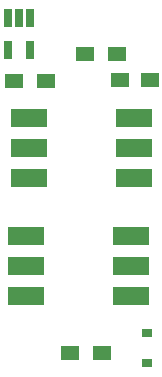
<source format=gbp>
G04 #@! TF.GenerationSoftware,KiCad,Pcbnew,5.1.7-a382d34a8~88~ubuntu18.04.1*
G04 #@! TF.CreationDate,2021-08-09T13:16:33+05:30*
G04 #@! TF.ProjectId,BackEnd_HeavyDevice_v3,4261636b-456e-4645-9f48-656176794465,rev?*
G04 #@! TF.SameCoordinates,Original*
G04 #@! TF.FileFunction,Paste,Bot*
G04 #@! TF.FilePolarity,Positive*
%FSLAX46Y46*%
G04 Gerber Fmt 4.6, Leading zero omitted, Abs format (unit mm)*
G04 Created by KiCad (PCBNEW 5.1.7-a382d34a8~88~ubuntu18.04.1) date 2021-08-09 13:16:33*
%MOMM*%
%LPD*%
G01*
G04 APERTURE LIST*
%ADD10R,0.900000X0.800000*%
%ADD11R,1.500000X1.250000*%
%ADD12R,1.500000X1.300000*%
%ADD13R,3.100000X1.600000*%
%ADD14R,0.650000X1.560000*%
G04 APERTURE END LIST*
D10*
X138136000Y-129344000D03*
X138136000Y-126804000D03*
D11*
X135884000Y-105357000D03*
X138384000Y-105357000D03*
D12*
X135611000Y-103152000D03*
X132911000Y-103152000D03*
X126909000Y-105474000D03*
X129609000Y-105474000D03*
X131646000Y-128468000D03*
X134346000Y-128468000D03*
D13*
X128156000Y-113629000D03*
X137046000Y-108549000D03*
X128156000Y-111089000D03*
X137046000Y-111089000D03*
X128156000Y-108549000D03*
X137046000Y-113629000D03*
D14*
X126357000Y-102824000D03*
X128257000Y-102824000D03*
X128257000Y-100124000D03*
X127307000Y-100124000D03*
X126357000Y-100124000D03*
D13*
X136835000Y-123670000D03*
X127945000Y-118590000D03*
X136835000Y-121130000D03*
X127945000Y-121130000D03*
X136835000Y-118590000D03*
X127945000Y-123670000D03*
M02*

</source>
